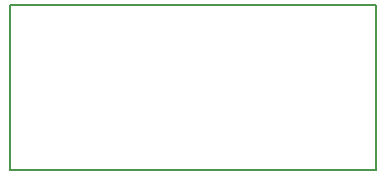
<source format=gbr>
G04 #@! TF.FileFunction,Profile,NP*
%FSLAX46Y46*%
G04 Gerber Fmt 4.6, Leading zero omitted, Abs format (unit mm)*
G04 Created by KiCad (PCBNEW 4.0.6) date 04/03/17 10:04:51*
%MOMM*%
%LPD*%
G01*
G04 APERTURE LIST*
%ADD10C,0.100000*%
%ADD11C,0.150000*%
G04 APERTURE END LIST*
D10*
D11*
X0Y-13000000D02*
X0Y1000000D01*
X31000000Y-13000000D02*
X31000000Y1000000D01*
X0Y-13000000D02*
X31000000Y-13000000D01*
X0Y1000000D02*
X31000000Y1000000D01*
M02*

</source>
